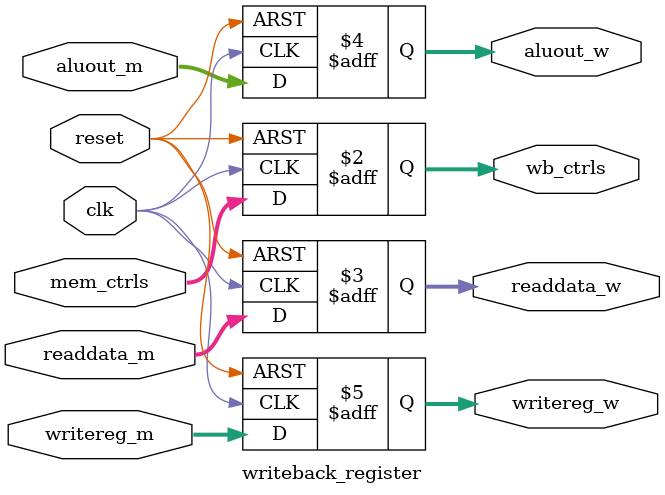
<source format=v>
/*
 * file: registers.v
 */

module flopenr #(parameter WIDTH = 4) (
	input clk, reset, enable,
	input [WIDTH-1:0] d,
	output reg [WIDTH-1:0] q
);
	always @ (posedge clk or posedge reset) begin
		if (reset) q <= 0;
		else if (enable) q <=d;
		//else q <= d;
	end//always
endmodule


module decode_register (
	input clk, reset, enable, clr,
	input [31:0] instr_f, pcplus4_f,
	output reg [31:0] instr_d, pcplus4_d
);
	always @ (posedge clk or posedge reset) begin
		if (reset | clr) begin
			instr_d <= 0;
			pcplus4_d <= 0;
		end
		else if (enable) begin
			instr_d <= instr_f;
			pcplus4_d <= pcplus4_f;
		end
		//else begin instr_d<=instr_f; pcplus4_d<=pcplus4_f; end
	end//always
endmodule

module execute_register (
	input clk, reset, clr,
	input [10:0] dec_ctrls,
	input [31:0] rd1out_d, rd2out_d, imm_d, upperimm_d,
	input [4:0] rs_d, rt_d, rd_d,
	output reg [10:0] exec_ctrls,
	output reg [31:0] rd1out_e, rd2out_e, imm_e, upperimm_e,
	output reg [4:0] rs_e, rt_e, rd_e
);
	always @ (posedge clk or posedge reset) begin
		if (reset | clr) begin
			exec_ctrls <= 0;
			rd1out_e <= 0;
			rd2out_e <= 0;
			imm_e <= 0;
			upperimm_e <= 0;
			rs_e <= 0;
			rt_e <= 0;
			rd_e <= 0;
		end
		else begin
			exec_ctrls <= dec_ctrls;
			rd1out_e <= rd1out_d;
			rd2out_e <= rd2out_d;
			imm_e <= imm_d;
			upperimm_e <= upperimm_d;
			rs_e <= rs_d;
			rt_e <= rt_d;
			rd_e <= rd_d;
		end
	end//always
endmodule


module memory_register (
	input clk, reset,
	input [2:0] exec_ctrls,
	input [31:0] aluout_e, writedata_e,
	input [4:0] writereg_e,
	output reg [2:0] mem_ctrls,
	output reg [31:0] aluout_m, writedata_m,
	output reg [4:0] writereg_m
);
	always @ (posedge clk or posedge reset) begin
		if (reset) begin
			mem_ctrls <= 0;
			aluout_m <= 0;
			writedata_m <= 0;
			writereg_m <= 0;
		end
		else begin
			mem_ctrls <= exec_ctrls;
			aluout_m <= aluout_e;
			writedata_m <= writedata_e;
			writereg_m <= writereg_e;
		end
	end
endmodule


module writeback_register (
	input clk, reset,
	input [1:0] mem_ctrls,
	input [31:0] readdata_m, aluout_m,
	input [4:0] writereg_m,
	output reg [1:0] wb_ctrls,
	output reg [31:0] readdata_w, aluout_w,
	output reg [4:0] writereg_w
);
	always @ (posedge clk or posedge reset) begin
		if (reset) begin
			wb_ctrls <= 0;
			readdata_w <= 0;
			aluout_w <= 0;
			writereg_w <= 0;
		end
		else begin
			wb_ctrls <= mem_ctrls;
			readdata_w <= readdata_m;
			aluout_w <= aluout_m;
			writereg_w <= writereg_m;
		end
	end
endmodule



</source>
